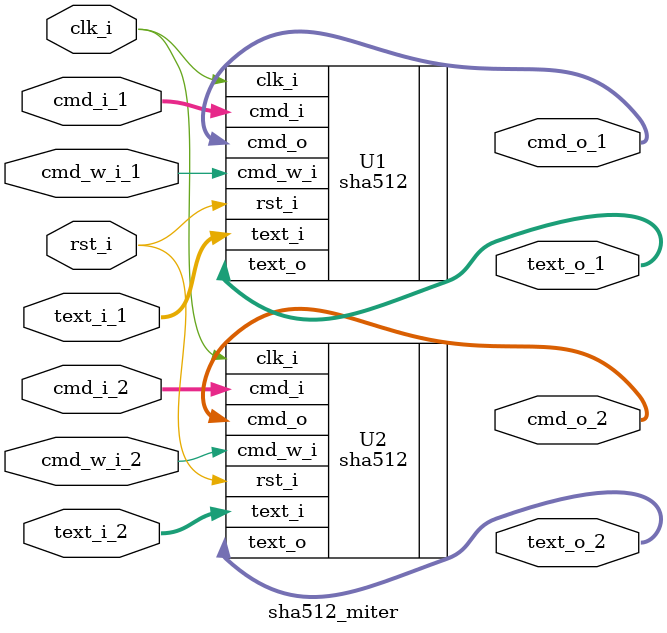
<source format=sv>
module sha512_miter
  (
  input           clk_i,
  input           rst_i,
  input   [31:0]  text_i_1,  text_i_2,
  output  [31:0]  text_o_1,  text_o_2,
  input   [3:0]   cmd_i_1,   cmd_i_2,
  input           cmd_w_i_1, cmd_w_i_2,
  output  [4:0]   cmd_o_1,   cmd_o_2
  );

  sha512 U1
  (
    .clk_i(clk_i),
    .rst_i(rst_i),
    .text_i(text_i_1),
    .text_o(text_o_1),
    .cmd_i(cmd_i_1),
    .cmd_w_i(cmd_w_i_1),
    .cmd_o(cmd_o_1)
  );

  sha512 U2
  (
    .clk_i(clk_i),
    .rst_i(rst_i),
    .text_i(text_i_2),
    .text_o(text_o_2),
    .cmd_i(cmd_i_2),
    .cmd_w_i(cmd_w_i_2),
    .cmd_o(cmd_o_2)
  );

endmodule

</source>
